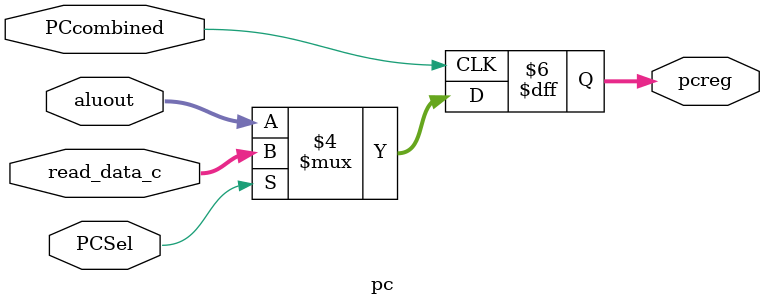
<source format=v>
module pc (
    output reg [15:0]pcreg,
    input [15:0]aluout,
    input [15:0] read_data_c,
    input PCSel, input PCcombined
);
    always @(posedge PCcombined) begin
        // if(PCcombined) begin
            if(PCSel == 1'b0)
                pcreg = aluout;
            else
                pcreg = read_data_c;
        // end        
    end
endmodule

// module tb_pc;
// wire [15:0]pcreg;
// reg [15:0]aluout;
// reg [15:0] read_data_c;
// reg PCSel; reg PCcombined;

// pc p1(pcreg, aluout, read_data_c, PCSel, PCcombined);

// initial begin
//     PCcombined = 1'b0; PCSel = 0; aluout = 16'b0; read_data_c = 16'hffff;
//     #1 PCSel = 1'b1; PCcombined = 1'b1;
// end
// initial begin
//     $monitor($time, " PC_Sel = %b, aluout = %b, PCcomb = %b, pcreg = %b", PCSel, aluout, PCcombined, pcreg);
// end
// endmodule
</source>
